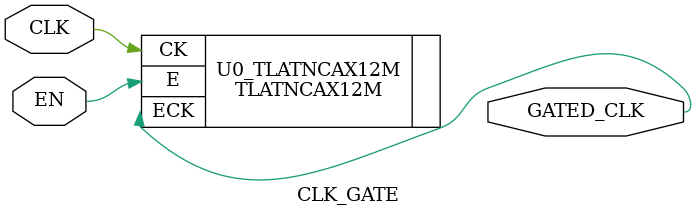
<source format=v>
module CLK_GATE
(
    input   wire CLK, EN,
    output  wire GATED_CLK
);

/*
reg latch_out;

always @ (CLK or EN)
begin
    if (!CLK)
        latch_out <= EN;
end

assign GATED_CLK = CLK & latch_out;
*/


TLATNCAX12M U0_TLATNCAX12M (
.E(EN),
.CK(CLK),
.ECK(GATED_CLK)
);


endmodule

</source>
